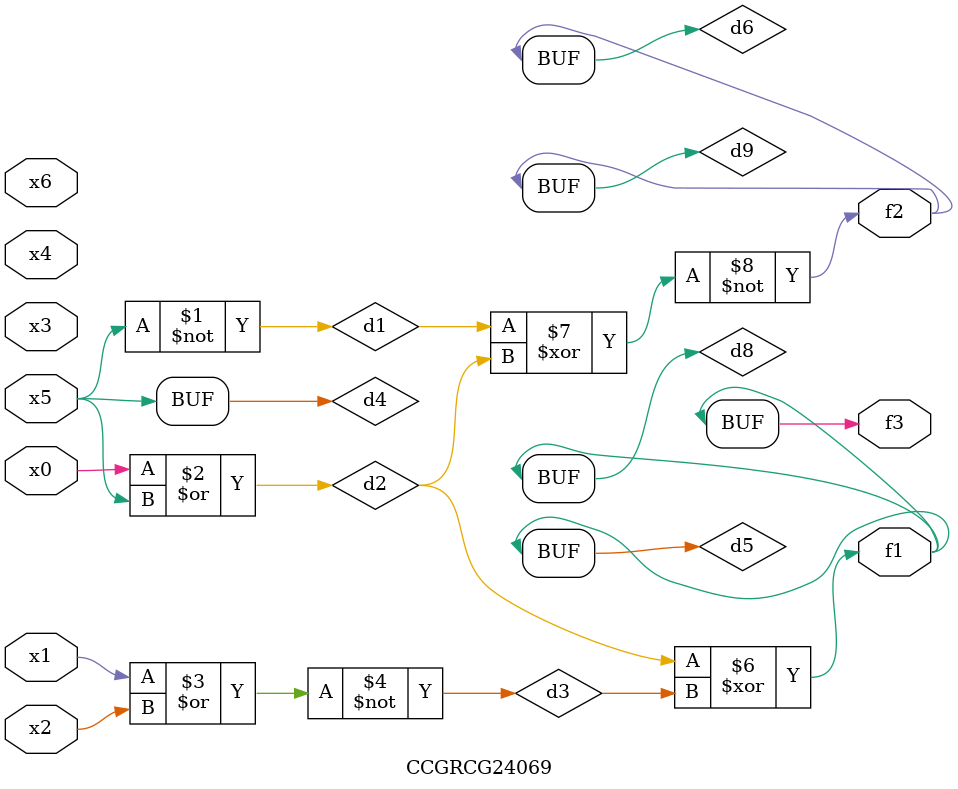
<source format=v>
module CCGRCG24069(
	input x0, x1, x2, x3, x4, x5, x6,
	output f1, f2, f3
);

	wire d1, d2, d3, d4, d5, d6, d7, d8, d9;

	nand (d1, x5);
	or (d2, x0, x5);
	nor (d3, x1, x2);
	xnor (d4, d1);
	xor (d5, d2, d3);
	xnor (d6, d1, d2);
	not (d7, x4);
	buf (d8, d5);
	xor (d9, d6);
	assign f1 = d8;
	assign f2 = d9;
	assign f3 = d8;
endmodule

</source>
